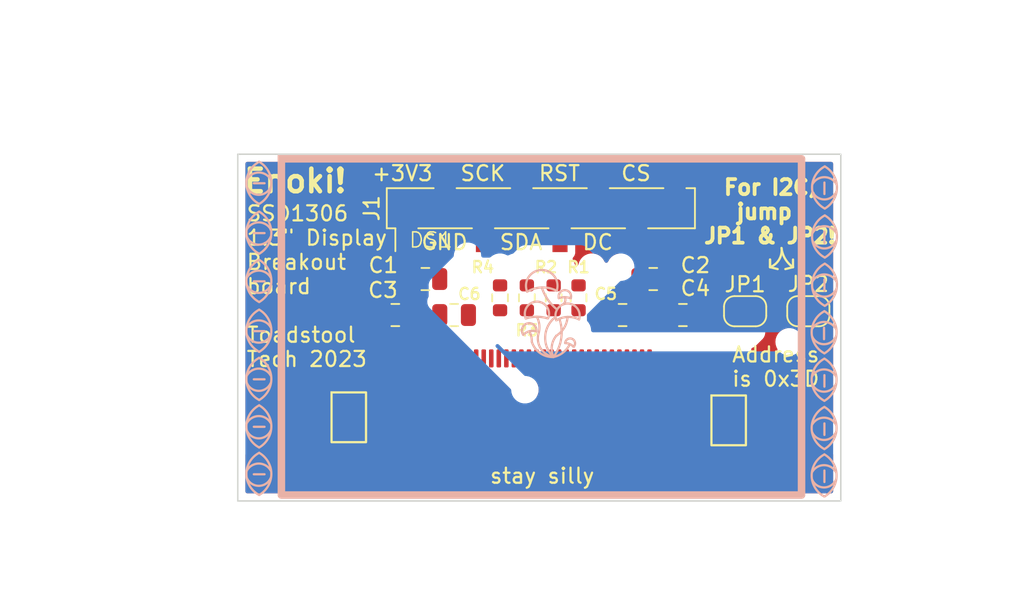
<source format=kicad_pcb>
(kicad_pcb (version 20221018) (generator pcbnew)
  (layers (0 "F.Cu" signal) (31 "B.Cu" signal) (34 "B.Paste" user) (35 "F.Paste" user) (36 "B.SilkS" user "B.Silkscreen") (37 "F.SilkS" user "F.Silkscreen") (38 "B.Mask" user) (39 "F.Mask" user) (44 "Edge.Cuts" user))
  (net 0 "")
  (net 1 "+3V3")
  (net 2 "GND")
  (net 3 "/CS_3.3V")
  (net 4 "/RST_3.3V")
  (net 5 "/DC{slash}SA0_3.3V")
  (net 6 "/D0{slash}SCLK{slash}SCK_3.3V")
  (net 7 "/D1{slash}MOSI{slash}SDA_3.3V")
  (net 8 "Net-(DS1-VCC)")
  (net 9 "Net-(DS1-C2N)")
  (net 10 "Net-(DS1-C2P)")
  (net 11 "Net-(DS1-C1P)")
  (net 12 "Net-(DS1-C1N)")
  (net 13 "Net-(DS1-VCOMH)")
  (net 15 "Net-(DS1-BS1)")
  (net 18 "Net-(DS1-D2)")
  (net 24 "Net-(DS1-IREF)")
  (footprint "Capacitor_SMD:C_0805_2012Metric" (layer "F.Cu") (at 127.5472 151.384)
    (fp_text reference "C3" (at -0.823 -1.651) (layer "F.SilkS"))
    (fp_text value "10uF")
    (fp_line (start -0.261252 -0.735) (end 0.261252 -0.735) (stroke (width 0.12)) (layer "F.SilkS"))
    (fp_line (start -0.261252 0.735) (end 0.261252 0.735) (stroke (width 0.12)) (layer "F.SilkS"))
    (pad "1" smd roundrect (at -0.95 0) (size 1 1.45) (layers "F.Cu" "F.Paste" "F.Mask") (net 2 "GND"))
    (pad "2" smd roundrect (at 0.95 0) (size 1 1.45) (layers "F.Cu" "F.Paste" "F.Mask") (net 8 "Net-(DS1-VCC)"))
  )
  (footprint "Capacitor_SMD:C_0805_2012Metric" (layer "F.Cu") (at 146.619 151.384)
    (fp_text reference "C4" (at 0.828 -1.778) (layer "F.SilkS"))
    (fp_text value "2.2uF")
    (fp_line (start -0.261252 -0.735) (end 0.261252 -0.735) (stroke (width 0.12)) (layer "F.SilkS"))
    (fp_line (start -0.261252 0.735) (end 0.261252 0.735) (stroke (width 0.12)) (layer "F.SilkS"))
    (pad "1" smd roundrect (at -0.95 0) (size 1 1.45) (layers "F.Cu" "F.Paste" "F.Mask") (net 10 "Net-(DS1-C2P)"))
    (pad "2" smd roundrect (at 0.95 0) (size 1 1.45) (layers "F.Cu" "F.Paste" "F.Mask") (net 9 "Net-(DS1-C2N)"))
  )
  (footprint "Resistor_SMD:R_0603_1608Metric" (layer "F.Cu") (at 136.271 150.241 90)
    (fp_text reference "R3" (at -2.159 0 180) (layer "F.SilkS") (effects (font (size 0.75 0.75))))
    (fp_text value "10K")
    (fp_line (start -0.237258 -0.5225) (end 0.237258 -0.5225) (stroke (width 0.12)) (layer "F.SilkS"))
    (fp_line (start -0.237258 0.5225) (end 0.237258 0.5225) (stroke (width 0.12)) (layer "F.SilkS"))
    (pad "1" smd roundrect (at -0.825 0 90) (size 0.8 0.95) (layers "F.Cu" "F.Paste" "F.Mask") (net 7 "/D1{slash}MOSI{slash}SDA_3.3V"))
    (pad "2" smd roundrect (at 0.825 0 90) (size 0.8 0.95) (layers "F.Cu" "F.Paste" "F.Mask") (net 1 "+3V3"))
  )
  (footprint "Resistor_SMD:R_0603_1608Metric" (layer "F.Cu") (at 134.493 150.241 -90)
    (fp_text reference "R4" (at -2.032 1.143 180) (layer "F.SilkS") (effects (font (size 0.75 0.75))))
    (fp_text value "330K")
    (fp_line (start -0.237258 -0.5225) (end 0.237258 -0.5225) (stroke (width 0.12)) (layer "F.SilkS"))
    (fp_line (start -0.237258 0.5225) (end 0.237258 0.5225) (stroke (width 0.12)) (layer "F.SilkS"))
    (pad "1" smd roundrect (at -0.825 0 270) (size 0.8 0.95) (layers "F.Cu" "F.Paste" "F.Mask") (net 2 "GND"))
    (pad "2" smd roundrect (at 0.825 0 270) (size 0.8 0.95) (layers "F.Cu" "F.Paste" "F.Mask") (net 24 "Net-(DS1-IREF)"))
  )
  (footprint "Capacitor_SMD:C_0805_2012Metric" (layer "F.Cu") (at 131.445 151.384 180)
    (fp_text reference "C6" (at -1.016 1.397) (layer "F.SilkS") (effects (font (size 0.75 0.75))))
    (fp_text value "10uF")
    (fp_line (start -0.261252 -0.735) (end 0.261252 -0.735) (stroke (width 0.12)) (layer "F.SilkS"))
    (fp_line (start -0.261252 0.735) (end 0.261252 0.735) (stroke (width 0.12)) (layer "F.SilkS"))
    (pad "1" smd roundrect (at -0.95 0 180) (size 1 1.45) (layers "F.Cu" "F.Paste" "F.Mask") (net 2 "GND"))
    (pad "2" smd roundrect (at 0.95 0 180) (size 1 1.45) (layers "F.Cu" "F.Paste" "F.Mask") (net 13 "Net-(DS1-VCOMH)"))
  )
  (footprint "Capacitor_SMD:C_0805_2012Metric" (layer "F.Cu") (at 144.653 148.9964)
    (fp_text reference "C2" (at 2.794 -0.9144) (layer "F.SilkS"))
    (fp_text value "2.2uF")
    (fp_line (start -0.261252 -0.735) (end 0.261252 -0.735) (stroke (width 0.12)) (layer "F.SilkS"))
    (fp_line (start -0.261252 0.735) (end 0.261252 0.735) (stroke (width 0.12)) (layer "F.SilkS"))
    (pad "1" smd roundrect (at -0.95 0) (size 1 1.45) (layers "F.Cu" "F.Paste" "F.Mask") (net 1 "+3V3"))
    (pad "2" smd roundrect (at 0.95 0) (size 1 1.45) (layers "F.Cu" "F.Paste" "F.Mask") (net 2 "GND"))
  )
  (footprint "Jumper:SolderJumper-2_P1.3mm_Open_RoundedPad1.0x1.5mm" (layer "F.Cu") (at 150.749 151.13)
    (fp_text reference "JP1" (at 0 -1.778) (layer "F.SilkS"))
    (fp_text value "Close for I2C")
    (fp_line (start -1.4 0.3) (end -1.4 -0.3) (stroke (width 0.12)) (layer "F.SilkS"))
    (fp_line (start -0.7 -1) (end 0.7 -1) (stroke (width 0.12)) (layer "F.SilkS"))
    (fp_line (start 0.7 1) (end -0.7 1) (stroke (width 0.12)) (layer "F.SilkS"))
    (fp_line (start 1.4 -0.3) (end 1.4 0.3) (stroke (width 0.12)) (layer "F.SilkS"))
    (fp_arc (start -1.4 -0.3) (mid -1.194975 -0.794975) (end -0.7 -1) (stroke (width 0.12)) (layer "F.SilkS"))
    (fp_arc (start -0.7 1) (mid -1.194975 0.794975) (end -1.4 0.3) (stroke (width 0.12)) (layer "F.SilkS"))
    (fp_arc (start 0.7 -1) (mid 1.194975 -0.794975) (end 1.4 -0.3) (stroke (width 0.12)) (layer "F.SilkS"))
    (fp_arc (start 1.4 0.3) (mid 1.194975 0.794975) (end 0.7 1) (stroke (width 0.12)) (layer "F.SilkS"))
    (pad "1" smd custom (at -0.65 0) (size 1 0.5) (layers "F.Cu" "F.Mask") (net 15 "Net-(DS1-BS1)") (options (clearance outline) (anchor rect)) (primitives (gr_circle (center 0 0.25) (end 0.5 0.25) (width 0) (fill yes)) (gr_circle (center 0 -0.25) (end 0.5 -0.25) (width 0) (fill yes)) (gr_poly (pts (xy 0.5 0.75) (xy 0 0.75) (xy 0 -0.75) (xy 0.5 -0.75)) (width 0) (fill yes))))
    (pad "2" smd custom (at 0.65 0) (size 1 0.5) (layers "F.Cu" "F.Mask") (net 1 "+3V3") (options (clearance outline) (anchor rect)) (primitives (gr_circle (center 0 0.25) (end 0.5 0.25) (width 0) (fill yes)) (gr_circle (center 0 -0.25) (end 0.5 -0.25) (width 0) (fill yes)) (gr_poly (pts (xy 0 0.75) (xy -0.5 0.75) (xy -0.5 -0.75) (xy 0 -0.75)) (width 0) (fill yes))))
  )
  (footprint "Jumper:SolderJumper-2_P1.3mm_Open_RoundedPad1.0x1.5mm" (layer "F.Cu") (at 154.94 151.13)
    (fp_text reference "JP2" (at 0 -1.8) (layer "F.SilkS"))
    (fp_text value "Close for I2C")
    (fp_line (start -1.4 0.3) (end -1.4 -0.3) (stroke (width 0.12)) (layer "F.SilkS"))
    (fp_line (start -0.7 -1) (end 0.7 -1) (stroke (width 0.12)) (layer "F.SilkS"))
    (fp_line (start 0.7 1) (end -0.7 1) (stroke (width 0.12)) (layer "F.SilkS"))
    (fp_line (start 1.4 -0.3) (end 1.4 0.3) (stroke (width 0.12)) (layer "F.SilkS"))
    (fp_arc (start -1.4 -0.3) (mid -1.194975 -0.794975) (end -0.7 -1) (stroke (width 0.12)) (layer "F.SilkS"))
    (fp_arc (start -0.7 1) (mid -1.194975 0.794975) (end -1.4 0.3) (stroke (width 0.12)) (layer "F.SilkS"))
    (fp_arc (start 0.7 -1) (mid 1.194975 -0.794975) (end 1.4 -0.3) (stroke (width 0.12)) (layer "F.SilkS"))
    (fp_arc (start 1.4 0.3) (mid 1.194975 0.794975) (end 0.7 1) (stroke (width 0.12)) (layer "F.SilkS"))
    (pad "1" smd custom (at -0.65 0) (size 1 0.5) (layers "F.Cu" "F.Mask") (net 7 "/D1{slash}MOSI{slash}SDA_3.3V") (options (clearance outline) (anchor rect)) (primitives (gr_circle (center 0 0.25) (end 0.5 0.25) (width 0) (fill yes)) (gr_circle (center 0 -0.25) (end 0.5 -0.25) (width 0) (fill yes)) (gr_poly (pts (xy 0.5 0.75) (xy 0 0.75) (xy 0 -0.75) (xy 0.5 -0.75)) (width 0) (fill yes))))
    (pad "2" smd custom (at 0.65 0) (size 1 0.5) (layers "F.Cu" "F.Mask") (net 18 "Net-(DS1-D2)") (options (clearance outline) (anchor rect)) (primitives (gr_circle (center 0 0.25) (end 0.5 0.25) (width 0) (fill yes)) (gr_circle (center 0 -0.25) (end 0.5 -0.25) (width 0) (fill yes)) (gr_poly (pts (xy 0 0.75) (xy -0.5 0.75) (xy -0.5 -0.75) (xy 0 -0.75)) (width 0) (fill yes))))
  )
  (footprint "allen-synthesis:AFC07-S30FCA-00 FPC Connector 30 Pin" (layer "F.Cu") (at 129.91 154.26)
    (fp_text reference "DS1" (at 0 -7.85 unlocked) (layer "F.SilkS") (effects (font (thickness 0.1))))
    (fp_text value "OLED-128O064D")
    (pad "1" smd roundrect (at 14.5 0) (size 0.3 1.2) (layers "F.Cu" "F.Paste" "F.Mask") (net 2 "GND"))
    (pad "2" smd roundrect (at 14 0) (size 0.3 1.2) (layers "F.Cu" "F.Paste" "F.Mask") (net 9 "Net-(DS1-C2N)"))
    (pad "3" smd roundrect (at 13.5 0) (size 0.3 1.2) (layers "F.Cu" "F.Paste" "F.Mask") (net 10 "Net-(DS1-C2P)"))
    (pad "4" smd roundrect (at 13 0) (size 0.3 1.2) (layers "F.Cu" "F.Paste" "F.Mask") (net 11 "Net-(DS1-C1P)"))
    (pad "5" smd roundrect (at 12.5 0) (size 0.3 1.2) (layers "F.Cu" "F.Paste" "F.Mask") (net 12 "Net-(DS1-C1N)"))
    (pad "6" smd roundrect (at 12 0) (size 0.3 1.2) (layers "F.Cu" "F.Paste" "F.Mask") (net 1 "+3V3"))
    (pad "7" smd roundrect (at 11.5 0) (size 0.3 1.2) (layers "F.Cu" "F.Paste" "F.Mask"))
    (pad "8" smd roundrect (at 11 0) (size 0.3 1.2) (layers "F.Cu" "F.Paste" "F.Mask") (net 2 "GND"))
    (pad "9" smd roundrect (at 10.5 0) (size 0.3 1.2) (layers "F.Cu" "F.Paste" "F.Mask") (net 1 "+3V3"))
    (pad "10" smd roundrect (at 10 0) (size 0.3 1.2) (layers "F.Cu" "F.Paste" "F.Mask") (net 2 "GND"))
    (pad "11" smd roundrect (at 9.5 0) (size 0.3 1.2) (layers "F.Cu" "F.Paste" "F.Mask") (net 15 "Net-(DS1-BS1)"))
    (pad "12" smd roundrect (at 9 0) (size 0.3 1.2) (layers "F.Cu" "F.Paste" "F.Mask") (net 2 "GND"))
    (pad "13" smd roundrect (at 8.5 0) (size 0.3 1.2) (layers "F.Cu" "F.Paste" "F.Mask") (net 3 "/CS_3.3V"))
    (pad "14" smd roundrect (at 8 0) (size 0.3 1.2) (layers "F.Cu" "F.Paste" "F.Mask") (net 4 "/RST_3.3V"))
    (pad "15" smd roundrect (at 7.5 0) (size 0.3 1.2) (layers "F.Cu" "F.Paste" "F.Mask") (net 5 "/DC{slash}SA0_3.3V"))
    (pad "16" smd roundrect (at 7 0) (size 0.3 1.2) (layers "F.Cu" "F.Paste" "F.Mask"))
    (pad "17" smd roundrect (at 6.5 0) (size 0.3 1.2) (layers "F.Cu" "F.Paste" "F.Mask"))
    (pad "18" smd roundrect (at 6 0) (size 0.3 1.2) (layers "F.Cu" "F.Paste" "F.Mask") (net 6 "/D0{slash}SCLK{slash}SCK_3.3V"))
    (pad "19" smd roundrect (at 5.5 0) (size 0.3 1.2) (layers "F.Cu" "F.Paste" "F.Mask") (net 7 "/D1{slash}MOSI{slash}SDA_3.3V"))
    (pad "20" smd roundrect (at 5 0) (size 0.3 1.2) (layers "F.Cu" "F.Paste" "F.Mask") (net 18 "Net-(DS1-D2)"))
    (pad "21" smd roundrect (at 4.5 0) (size 0.3 1.2) (layers "F.Cu" "F.Paste" "F.Mask"))
    (pad "22" smd roundrect (at 4 0) (size 0.3 1.2) (layers "F.Cu" "F.Paste" "F.Mask"))
    (pad "23" smd roundrect (at 3.5 0) (size 0.3 1.2) (layers "F.Cu" "F.Paste" "F.Mask"))
    (pad "24" smd roundrect (at 3 0) (size 0.3 1.2) (layers "F.Cu" "F.Paste" "F.Mask"))
    (pad "25" smd roundrect (at 2.5 0) (size 0.3 1.2) (layers "F.Cu" "F.Paste" "F.Mask"))
    (pad "26" smd roundrect (at 2 0) (size 0.3 1.2) (layers "F.Cu" "F.Paste" "F.Mask") (net 24 "Net-(DS1-IREF)"))
    (pad "27" smd roundrect (at 1.5 0) (size 0.3 1.2) (layers "F.Cu" "F.Paste" "F.Mask") (net 13 "Net-(DS1-VCOMH)"))
    (pad "28" smd roundrect (at 1 0) (size 0.3 1.2) (layers "F.Cu" "F.Paste" "F.Mask") (net 8 "Net-(DS1-VCC)"))
    (pad "29" smd roundrect (at 0.5 0) (size 0.3 1.2) (layers "F.Cu" "F.Paste" "F.Mask") (net 2 "GND"))
    (pad "30" smd roundrect (at 0 0) (size 0.3 1.2) (layers "F.Cu" "F.Paste" "F.Mask") (net 2 "GND"))
    (pad "31" smd roundrect (at -1.6 2.17) (size 2.2 3.3) (layers "F.Cu" "F.Paste" "F.Mask"))
    (pad "31" smd roundrect (at 16.1 2.17) (size 2.2 3.3) (layers "F.Cu" "F.Paste" "F.Mask"))
  )
  (footprint "Resistor_SMD:R_0603_1608Metric" (layer "F.Cu") (at 139.7 150.241 90)
    (fp_text reference "R1" (at 2.032 0 180) (layer "F.SilkS") (effects (font (size 0.75 0.75))))
    (fp_text value "10K")
    (fp_line (start -0.237258 -0.5225) (end 0.237258 -0.5225) (stroke (width 0.12)) (layer "F.SilkS"))
    (fp_line (start -0.237258 0.5225) (end 0.237258 0.5225) (stroke (width 0.12)) (layer "F.SilkS"))
    (pad "1" smd roundrect (at -0.825 0 90) (size 0.8 0.95) (layers "F.Cu" "F.Paste" "F.Mask") (net 15 "Net-(DS1-BS1)"))
    (pad "2" smd roundrect (at 0.825 0 90) (size 0.8 0.95) (layers "F.Cu" "F.Paste" "F.Mask") (net 2 "GND"))
  )
  (footprint "Connector_PinHeader_2.54mm:PinHeader_1x08_P2.54mm_Vertical_SMD_Pin1Left" (layer "F.Cu") (at 137.2 144.3 90)
    (fp_text reference "J1" (at 0 -11.22 90) (layer "F.SilkS"))
    (fp_text value "Conn_01x08_Male")
    (fp_line (start -1.33 -10.22) (end -1.33 -9.65) (stroke (width 0.12)) (layer "F.SilkS"))
    (fp_line (start -1.33 -10.22) (end 1.33 -10.22) (stroke (width 0.12)) (layer "F.SilkS"))
    (fp_line (start -1.33 -9.65) (end -2.85 -9.65) (stroke (width 0.12)) (layer "F.SilkS"))
    (fp_line (start -1.33 -8.13) (end -1.33 -4.57) (stroke (width 0.12)) (layer "F.SilkS"))
    (fp_line (start -1.33 -3.05) (end -1.33 0.51) (stroke (width 0.12)) (layer "F.SilkS"))
    (fp_line (start -1.33 2.03) (end -1.33 5.59) (stroke (width 0.12)) (layer "F.SilkS"))
    (fp_line (start -1.33 7.11) (end -1.33 10.22) (stroke (width 0.12)) (layer "F.SilkS"))
    (fp_line (start -1.33 10.22) (end 1.33 10.22) (stroke (width 0.12)) (layer "F.SilkS"))
    (fp_line (start 1.33 -10.22) (end 1.33 -7.11) (stroke (width 0.12)) (layer "F.SilkS"))
    (fp_line (start 1.33 -5.59) (end 1.33 -2.03) (stroke (width 0.12)) (layer "F.SilkS"))
    (fp_line (start 1.33 -0.51) (end 1.33 3.05) (stroke (width 0.12)) (layer "F.SilkS"))
    (fp_line (start 1.33 4.57) (end 1.33 8.13) (stroke (width 0.12)) (layer "F.SilkS"))
    (fp_line (start 1.33 9.65) (end 1.33 10.22) (stroke (width 0.12)) (layer "F.SilkS"))
    (pad "1" smd rect (at -1.655 -8.89 90) (size 2.51 1) (layers "F.Cu" "F.Paste" "F.Mask") (net 1 "+3V3"))
    (pad "2" smd rect (at 1.655 -6.35 90) (size 2.51 1) (layers "F.Cu" "F.Paste" "F.Mask") (net 2 "GND"))
    (pad "3" smd rect (at -1.655 -3.81 90) (size 2.51 1) (layers "F.Cu" "F.Paste" "F.Mask") (net 6 "/D0{slash}SCLK{slash}SCK_3.3V"))
    (pad "4" smd rect (at 1.655 -1.27 90) (size 2.51 1) (layers "F.Cu" "F.Paste" "F.Mask") (net 7 "/D1{slash}MOSI{slash}SDA_3.3V"))
    (pad "5" smd rect (at -1.655 1.27 90) (size 2.51 1) (layers "F.Cu" "F.Paste" "F.Mask") (net 4 "/RST_3.3V"))
    (pad "6" smd rect (at 1.655 3.81 90) (size 2.51 1) (layers "F.Cu" "F.Paste" "F.Mask") (net 5 "/DC{slash}SA0_3.3V"))
    (pad "7" smd rect (at -1.655 6.35 90) (size 2.51 1) (layers "F.Cu" "F.Paste" "F.Mask") (net 3 "/CS_3.3V"))
    (pad "8" smd rect (at 1.655 8.89 90) (size 2.51 1) (layers "F.Cu" "F.Paste" "F.Mask"))
  )
  (footprint "Capacitor_SMD:C_0805_2012Metric" (layer "F.Cu") (at 129.54 148.9964)
    (fp_text reference "C1" (at -2.794 -0.9144) (layer "F.SilkS"))
    (fp_text value "2.2uF")
    (fp_line (start -0.261252 -0.735) (end 0.261252 -0.735) (stroke (width 0.12)) (layer "F.SilkS"))
    (fp_line (start -0.261252 0.735) (end 0.261252 0.735) (stroke (width 0.12)) (layer "F.SilkS"))
    (pad "1" smd roundrect (at -0.95 0) (size 1 1.45) (layers "F.Cu" "F.Paste" "F.Mask") (net 1 "+3V3"))
    (pad "2" smd roundrect (at 0.95 0) (size 1 1.45) (layers "F.Cu" "F.Paste" "F.Mask") (net 2 "GND"))
  )
  (footprint "Capacitor_SMD:C_0805_2012Metric" (layer "F.Cu") (at 142.621 151.384)
    (fp_text reference "C5" (at -1.112 -1.397) (layer "F.SilkS") (effects (font (size 0.75 0.75))))
    (fp_text value "2.2uF")
    (fp_line (start -0.261252 -0.735) (end 0.261252 -0.735) (stroke (width 0.12)) (layer "F.SilkS"))
    (fp_line (start -0.261252 0.735) (end 0.261252 0.735) (stroke (width 0.12)) (layer "F.SilkS"))
    (pad "1" smd roundrect (at -0.95 0) (size 1 1.45) (layers "F.Cu" "F.Paste" "F.Mask") (net 12 "Net-(DS1-C1N)"))
    (pad "2" smd roundrect (at 0.95 0) (size 1 1.45) (layers "F.Cu" "F.Paste" "F.Mask") (net 11 "Net-(DS1-C1P)"))
  )
  (footprint "Resistor_SMD:R_0603_1608Metric" (layer "F.Cu") (at 138.049 150.241 -90)
    (fp_text reference "R2" (at -2.032 0.508 180) (layer "F.SilkS") (effects (font (size 0.75 0.75))))
    (fp_text value "10K")
    (fp_line (start -0.237258 -0.5225) (end 0.237258 -0.5225) (stroke (width 0.12)) (layer "F.SilkS"))
    (fp_line (start -0.237258 0.5225) (end 0.237258 0.5225) (stroke (width 0.12)) (layer "F.SilkS"))
    (pad "1" smd roundrect (at -0.825 0 270) (size 0.8 0.95) (layers "F.Cu" "F.Paste" "F.Mask") (net 1 "+3V3"))
    (pad "2" smd roundrect (at 0.825 0 270) (size 0.8 0.95) (layers "F.Cu" "F.Paste" "F.Mask") (net 6 "/D0{slash}SCLK{slash}SCK_3.3V"))
  )
  (gr_arc (start 155.194 158.6484) (mid 155.9814 158.192728) (end 156.7688 158.6484) (stroke (width 0.15)) (layer "B.SilkS"))
  (gr_arc (start 119.2784 155.900943) (mid 118.491 156.4132) (end 117.7036 155.900943) (stroke (width 0.15)) (layer "B.SilkS"))
  (gr_arc (start 118.5164 154.224543) (mid 119.322847 155.621543) (end 118.5164 157.018543) (stroke (width 0.15)) (layer "B.SilkS"))
  (gr_arc (start 118.5164 157.018543) (mid 117.671857 155.621543) (end 118.5164 154.224543) (stroke (width 0.15)) (layer "B.SilkS"))
  (gr_line (start 118.1608 152.4508) (end 118.872 152.4508) (stroke (width 0.15)) (layer "B.SilkS"))
  (gr_line (start 118.1608 149.1488) (end 118.872 149.1488) (stroke (width 0.15)) (layer "B.SilkS"))
  (gr_arc (start 136.201107 151.613927) (mid 136.906 150.495) (end 137.701381 151.551524) (stroke (width 0.15)) (layer "B.SilkS"))
  (gr_arc (start 155.2194 149.147272) (mid 156.0068 148.6916) (end 156.7942 149.147272) (stroke (width 0.15)) (layer "B.SilkS"))
  (gr_arc (start 156.0322 147.572472) (mid 155.187657 146.175472) (end 156.0322 144.778472) (stroke (width 0.15)) (layer "B.SilkS"))
  (gr_arc (start 156.7688 155.956) (mid 155.9814 156.468257) (end 155.194 155.956) (stroke (width 0.15)) (layer "B.SilkS"))
  (gr_arc (start 117.7036 142.388143) (mid 118.491 141.932471) (end 119.2784 142.388143) (stroke (width 0.15)) (layer "B.SilkS"))
  (gr_arc (start 136.289687 149.834626) (mid 137.224729 148.397348) (end 138.249322 149.772223) (stroke (width 0.15)) (layer "B.SilkS"))
  (gr_arc (start 138.814102 153.241536) (mid 139.119367 153.311634) (end 139.372902 153.495536) (stroke (width 0.15)) (layer "B.SilkS"))
  (gr_arc (start 156.7688 152.8064) (mid 155.9814 153.318657) (end 155.194 152.8064) (stroke (width 0.15)) (layer "B.SilkS"))
  (gr_arc (start 118.5164 160.523743) (mid 119.322847 161.920743) (end 118.5164 163.317743) (stroke (width 0.15)) (layer "B.SilkS"))
  (gr_arc (start 138.386656 150.268559) (mid 138.785051 150.201272) (end 139.182037 150.276425) (stroke (width 0.15)) (layer "B.SilkS"))
  (gr_line (start 118.1608 161.946143) (end 118.872 161.946143) (stroke (width 0.15)) (layer "B.SilkS"))
  (gr_arc (start 155.2194 142.695672) (mid 156.0068 142.24) (end 156.7942 142.695672) (stroke (width 0.15)) (layer "B.SilkS"))
  (gr_arc (start 138.033651 154.160969) (mid 137.929842 153.430744) (end 138.2268 152.7556) (stroke (width 0.15)) (layer "B.SilkS"))
  (gr_line (start 156.0068 142.5956) (end 156.0068 143.3576) (stroke (width 0.15)) (layer "B.SilkS"))
  (gr_arc (start 118.5164 150.5204) (mid 117.671857 149.1234) (end 118.5164 147.7264) (stroke (width 0.15)) (layer "B.SilkS"))
  (gr_arc (start 119.2784 152.7048) (mid 118.491 153.217057) (end 117.7036 152.7048) (stroke (width 0.15)) (layer "B.SilkS"))
  (gr_arc (start 138.22931 151.73613) (mid 138.971381 151.511) (end 139.729584 151.673727) (stroke (width 0.15)) (layer "B.SilkS"))
  (gr_line (start 118.1608 145.9484) (end 118.872 145.9484) (stroke (width 0.15)) (layer "B.SilkS"))
  (gr_arc (start 155.2194 145.946872) (mid 156.0068 145.4912) (end 156.7942 145.946872) (stroke (width 0.15)) (layer "B.SilkS"))
  (gr_arc (start 156.0322 147.978872) (mid 156.838647 149.375872) (end 156.0322 150.772872) (stroke (width 0.15)) (layer "B.SilkS"))
  (gr_arc (start 156.7688 159.1564) (mid 155.9814 159.668657) (end 155.194 159.1564) (stroke (width 0.15)) (layer "B.SilkS"))
  (gr_arc (start 138.2268 150.9776) (mid 137.643595 150.334667) (end 137.2616 149.5552) (stroke (width 0.15)) (layer "B.SilkS"))
  (gr_arc (start 117.7036 148.8948) (mid 118.491 148.439128) (end 119.2784 148.8948) (stroke (width 0.15)) (layer "B.SilkS"))
  (gr_arc (start 155.194 161.798) (mid 155.9814 161.342328) (end 156.7688 161.798) (stroke (width 0.15)) (layer "B.SilkS"))
  (gr_arc (start 118.5164 144.526) (mid 119.322847 145.923) (end 118.5164 147.32) (stroke (width 0.15)) (layer "B.SilkS"))
  (gr_arc (start 156.0322 144.778472) (mid 156.838647 146.175472) (end 156.0322 147.572472) (stroke (width 0.15)) (layer "B.SilkS"))
  (gr_arc (start 138.033651 154.160969) (mid 137.207097 153.624105) (end 137.033 152.654) (stroke (width 0.15)) (layer "B.SilkS"))
  (gr_arc (start 118.5164 147.32) (mid 117.671857 145.923) (end 118.5164 144.526) (stroke (width 0.15)) (layer "B.SilkS"))
  (gr_arc (start 156.0068 160.274) (mid 155.162257 158.877) (end 156.0068 157.48) (stroke (width 0.15)) (layer "B.SilkS"))
  (gr_arc (start 138.033651 154.166537) (mid 137.147712 153.906278) (end 136.6012 153.162) (stroke (width 0.15)) (layer "B.SilkS"))
  (gr_arc (start 117.7036 158.542543) (mid 118.491 158.086871) (end 119.2784 158.542543) (stroke (width 0.15)) (layer "B.SilkS"))
  (gr_line (start 118.1608 155.646943) (end 118.872 155.646943) (stroke (width 0.15)) (layer "B.SilkS"))
  (gr_arc (start 117.7036 161.692143) (mid 118.491 161.236471) (end 119.2784 161.692143) (stroke (width 0.15)) (layer "B.SilkS"))
  (gr_arc (start 156.0068 154.2796) (mid 156.813247 155.6766) (end 156.0068 157.0736) (stroke (width 0.15)) (layer "B.SilkS"))
  (gr_arc (start 118.5164 163.317743) (mid 117.671857 161.920743) (end 118.5164 160.523743) (stroke (width 0.15)) (layer "B.SilkS"))
  (gr_arc (start 119.2784 146.2024) (mid 118.491 146.714657) (end 117.7036 146.2024) (stroke (width 0.15)) (layer "B.SilkS"))
  (gr_arc (start 156.0068 163.4236) (mid 155.162257 162.0266) (end 156.0068 160.6296) (stroke (width 0.15)) (layer "B.SilkS"))
  (gr_arc (start 155.194 152.2984) (mid 155.9814 151.842728) (end 156.7688 152.2984) (stroke (width 0.15)) (layer "B.SilkS"))
  (gr_arc (start 119.2784 162.200143) (mid 118.491 162.7124) (end 117.7036 162.200143) (stroke (width 0.15)) (layer "B.SilkS"))
  (gr_arc (start 117.7036 145.6944) (mid 118.491 145.238728) (end 119.2784 145.6944) (stroke (width 0.15)) (layer "B.SilkS"))
  (gr_arc (start 156.7942 149.655272) (mid 156.0068 150.167529) (end 155.2194 149.655272) (stroke (width 0.15)) (layer "B.SilkS"))
  (gr_arc (start 136.0424 152.7048) (mid 136.440177 152.458306) (end 136.907876 152.473887) (stroke (width 0.15)) (layer "B.SilkS"))
  (gr_arc (start 156.0322 150.772872) (mid 155.187657 149.375872) (end 156.0322 147.978872) (stroke (width 0.15)) (layer "B.SilkS"))
  (gr_arc (start 156.7688 162.306) (mid 155.9814 162.818257) (end 155.194 162.306) (stroke (width 0.15)) (layer "B.SilkS"))
  (gr_rect (start 119.9896 141.022) (end 154.4896 163.322) (stroke (width 0.5)) (fill none) (layer "B.SilkS"))
  (gr_arc (start 136.289687 149.834626) (mid 137.2616 149.5552) (end 138.249322 149.772223) (stroke (width 0.15)) (layer "B.SilkS"))
  (gr_arc (start 138.785051 150.201272) (mid 138.817911 150.454906) (end 138.684 150.6728) (stroke (width 0.15)) (layer "B.SilkS"))
  (gr_arc (start 138.814102 153.241536) (mid 139.276862 152.965144) (end 139.372902 153.495536) (stroke (width 0.15)) (layer "B.SilkS"))
  (gr_arc (start 118.5164 153.8224) (mid 117.671857 152.4254) (end 118.5164 151.0284) (stroke (width 0.15)) (layer "B.SilkS"))
  (gr_line (start 156.0068 161.6964) (end 156.0068 162.4584) (stroke (width 0.15)) (layer "B.SilkS"))
  (gr_arc (start 117.7036 152.1968) (mid 118.491 151.741128) (end 119.2784 152.1968) (stroke (width 0.15)) (layer "B.SilkS"))
  (gr_arc (start 138.386656 150.235901) (mid 138.811 149.733) (end 139.182037 150.276425) (stroke (width 0.15)) (layer "B.SilkS"))
  (gr_arc (start 136.201107 151.613927) (mid 136.93107 151.4997) (end 137.661571 151.610441) (stroke (width 0.15)) (layer "B.SilkS"))
  (gr_arc (start 136.93107 151.4997) (mid 137.101619 152.06629) (end 137.033 152.654) (stroke (width 0.15)) (layer "B.SilkS"))
  (gr_arc (start 118.5164 151.0284) (mid 119.322847 152.4254) (end 118.5164 153.8224) (stroke (width 0.15)) (layer "B.SilkS"))
  (gr_arc (start 136.0424 152.7048) (mid 136.30193 151.940148) (end 136.907876 152.473887) (stroke (width 0.15)) (layer "B.SilkS"))
  (gr_arc (start 156.7942 143.203672) (mid 156.0068 143.715929) (end 155.2194 143.203672) (stroke (width 0.15)) (layer "B.SilkS"))
  (gr_arc (start 139.119367 153.311634) (mid 138.678665 153.868823) (end 138.033651 154.166537) (stroke (width 0.15)) (layer "B.SilkS"))
  (gr_arc (start 156.0068 157.48) (mid 156.813247 158.877) (end 156.0068 160.274) (stroke (width 0.15)) (layer "B.SilkS"))
  (gr_arc (start 156.7942 146.454872) (mid 156.0068 146.967129) (end 155.2194 146.454872) (stroke (width 0.15)) (layer "B.SilkS"))
  (gr_line (start 156.0068 149.0218) (end 156.0068 149.7838) (stroke (width 0.15)) (layer "B.SilkS"))
  (gr_arc (start 118.5164 160.168143) (mid 117.671857 158.771143) (end 118.5164 157.374143) (stroke (width 0.15)) (layer "B.SilkS"))
  (gr_arc (start 118.5164 157.374143) (mid 119.322847 158.771143) (end 118.5164 160.168143) (stroke (width 0.15)) (layer "B.SilkS"))
  (gr_arc (start 156.0068 153.924) (mid 155.162257 152.527) (end 156.0068 151.13) (stroke (width 0.15)) (layer "B.SilkS"))
  (gr_line (start 118.1608 142.642143) (end 118.872 142.642143) (stroke (width 0.15)) (layer "B.SilkS"))
  (gr_line (start 118.1608 158.796543) (end 118.872 158.796543) (stroke (width 0.15)) (layer "B.SilkS"))
  (gr_arc (start 156.0322 141.527272) (mid 156.838647 142.924272) (end 156.0322 144.321272) (stroke (width 0.15)) (layer "B.SilkS"))
  (gr_arc (start 118.5164 147.7264) (mid 119.322847 149.1234) (end 118.5164 150.5204) (stroke (width 0.15)) (layer "B.SilkS"))
  (gr_arc (start 155.194 155.448) (mid 155.9814 154.992328) (end 156.7688 155.448) (stroke (width 0.15)) (layer "B.SilkS"))
  (gr_arc (start 156.0068 160.6296) (mid 156.813247 162.0266) (end 156.0068 163.4236) (stroke (width 0.15)) (layer "B.SilkS"))
  (gr_arc (start 156.0068 157.0736) (mid 155.162257 155.6766) (end 156.0068 154.2796) (stroke (width 0.15)) (layer "B.SilkS"))
  (gr_arc (start 136.440177 152.458306) (mid 136.563789 152.80029) (end 136.6012 153.162) (stroke (width 0.15)) (layer "B.SilkS"))
  (gr_arc (start 119.2784 149.4028) (mid 118.491 149.915057) (end 117.7036 149.4028) (stroke (width 0.15)) (layer "B.SilkS"))
  (gr_arc (start 117.7036 155.392943) (mid 118.491 154.937271) (end 119.2784 155.392943) (stroke (width 0.15)) (layer "B.SilkS"))
  (gr_arc (start 138.971381 151.511) (mid 138.749313 152.22317) (end 138.2268 152.7556) (stroke (width 0.15)) (layer "B.SilkS"))
  (gr_line (start 155.9814 152.2222) (end 155.9814 152.9842) (stroke (width 0.15)) (layer "B.SilkS"))
  (gr_arc (start 118.5164 141.219743) (mid 119.322847 142.616743) (end 118.5164 144.013743) (stroke (width 0.15)) (layer "B.SilkS"))
  (gr_arc (start 118.5164 144.013743) (mid 117.671857 142.616743) (end 118.5164 141.219743) (stroke (width 0.15)) (layer "B.SilkS"))
  (gr_arc (start 156.0322 144.321272) (mid 155.187657 142.924272) (end 156.0322 141.527272) (stroke (width 0.15)) (layer "B.SilkS"))
  (gr_line (start 156.0068 158.5722) (end 156.0068 159.3342) (stroke (width 0.15)) (layer "B.SilkS"))
  (gr_arc (start 119.2784 142.896143) (mid 118.491 143.4084) (end 117.7036 142.896143) (stroke (width 0.15)) (layer "B.SilkS"))
  (gr_line (start 156.0068 145.8468) (end 156.0068 146.6088) (stroke (width 0.15)) (layer "B.SilkS"))
  (gr_arc (start 138.233107 151.740927) (mid 138.938 150.622) (end 139.733381 151.678524) (stroke (width 0.15)) (layer "B.SilkS"))
  (gr_arc (start 138.033651 154.160969) (mid 137.487515 152.802824) (end 138.176 151.511) (stroke (width 0.15)) (layer "B.SilkS"))
  (gr_line (start 156.0068 155.3718) (end 156.0068 156.1338) (stroke (width 0.15)) (layer "B.SilkS"))
  (gr_arc (start 156.0068 151.13) (mid 156.813247 152.527) (end 156.0068 153.924) (stroke (width 0.15)) (layer "B.SilkS"))
  (gr_arc (start 119.2784 159.050543) (mid 118.491 159.5628) (end 117.7036 159.050543) (stroke (width 0.15)) (layer "B.SilkS"))
  (gr_arc (start 138.43 151.643568) (mid 138.547738 152.954681) (end 138.033651 154.166537) (stroke (width 0.15)) (layer "B.SilkS"))
  (gr_rect (start 148.5138 156.718) (end 150.7998 160.02) (stroke (width 0.15)) (fill none) (layer "F.SilkS"))
  (gr_line (start 152.4 148.209) (end 152.908 148.336) (stroke (width 0.15)) (layer "F.SilkS"))
  (gr_arc (start 153.162 146.939) (mid 153.001908 147.706545) (end 152.4 148.209) (stroke (width 0.15)) (layer "F.SilkS"))
  (gr_arc (start 153.924 148.209) (mid 153.40534 147.656596) (end 153.162 146.939) (stroke (width 0.15)) (layer "F.SilkS"))
  (gr_line (start 152.4 147.701) (end 152.4 148.209) (stroke (width 0.15)) (layer "F.SilkS"))
  (gr_line (start 153.924 148.209) (end 153.416 148.336) (stroke (width 0.15)) (layer "F.SilkS"))
  (gr_line (start 152.4 148.209) (end 152.4 147.701) (stroke (width 0.15)) (layer "F.SilkS"))
  (gr_line (start 153.924 148.209) (end 153.924 147.701) (stroke (width 0.15)) (layer "F.SilkS"))
  (gr_rect (start 123.317 156.5148) (end 125.603 159.8168) (stroke (width 0.15)) (fill none) (layer "F.SilkS"))
  (gr_rect (start 117.094 140.716) (end 157.094 163.716) (stroke (width 0.1)) (fill none) (layer "Edge.Cuts"))
  (gr_text "For I2C,\njump \nJP1 & JP2!" (at 152.4 144.526) (layer "F.SilkS") (effects (font (size 1 1) (thickness 0.25))))
  (gr_text "stay silly" (at 137.287 162.052) (layer "F.SilkS") (effects (font (size 1 1))))
  (gr_text "SDA" (at 135.89 146.558) (layer "F.SilkS") (effects (font (size 1 1))))
  (gr_text "Enoki!" (at 120.904 142.494) (layer "F.SilkS") (effects (font (size 1.5 1.5) (thickness 0.3))))
  (gr_text "CS" (at 143.51 141.986) (layer "F.SilkS") (effects (font (size 1 1))))
  (gr_text "Address\nis 0x3D" (at 152.781 154.813) (layer "F.SilkS") (effects (font (size 1 1))))
  (gr_text "GND" (at 130.81 146.558) (layer "F.SilkS") (effects (font (size 1 1))))
  (gr_text "DC" (at 140.97 146.558) (layer "F.SilkS") (effects (font (size 1 1))))
  (gr_text "+3V3" (at 128.016 141.986) (layer "F.SilkS") (effects (font (size 1 1))))
  (gr_text "SSD1306\n1.3{dblquote} Display\nBreakout \nboard\n\nToadstool \nTech 2023" (at 117.602 149.479) (layer "F.SilkS") (effects (font (size 1 1)) (justify left)))
  (gr_text "SCK" (at 133.35 141.986) (layer "F.SilkS") (effects (font (size 1 1))))
  (gr_text "RST" (at 138.43 141.986) (layer "F.SilkS") (effects (font (size 1 1))))
  (zone (net 2) (net_name "GND") (layers "F&B.Cu") (connect_pads (clearance 0.508)) (min_thickness 0.254) (fill yes (thermal_gap 0.508) (thermal_bridge_width 0.508))
    (polygon (pts (xy 157.099 163.83) (xy 117.094 163.703) (xy 117.094 140.716) (xy 157.099 140.716)))
  )
)
</source>
